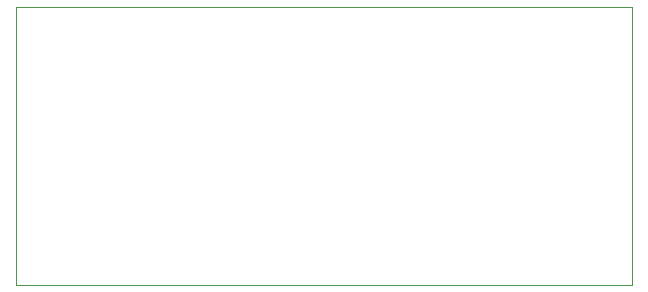
<source format=gbr>
%TF.GenerationSoftware,KiCad,Pcbnew,9.0.5*%
%TF.CreationDate,2025-11-06T16:03:36+09:00*%
%TF.ProjectId,________1,d6ecc3c9-dcfc-4c95-9f31-2e6b69636164,rev?*%
%TF.SameCoordinates,Original*%
%TF.FileFunction,Profile,NP*%
%FSLAX46Y46*%
G04 Gerber Fmt 4.6, Leading zero omitted, Abs format (unit mm)*
G04 Created by KiCad (PCBNEW 9.0.5) date 2025-11-06 16:03:36*
%MOMM*%
%LPD*%
G01*
G04 APERTURE LIST*
%TA.AperFunction,Profile*%
%ADD10C,0.050000*%
%TD*%
G04 APERTURE END LIST*
D10*
X128700000Y-84370000D02*
X180900000Y-84370000D01*
X180900000Y-107870000D01*
X128700000Y-107870000D01*
X128700000Y-84370000D01*
M02*

</source>
